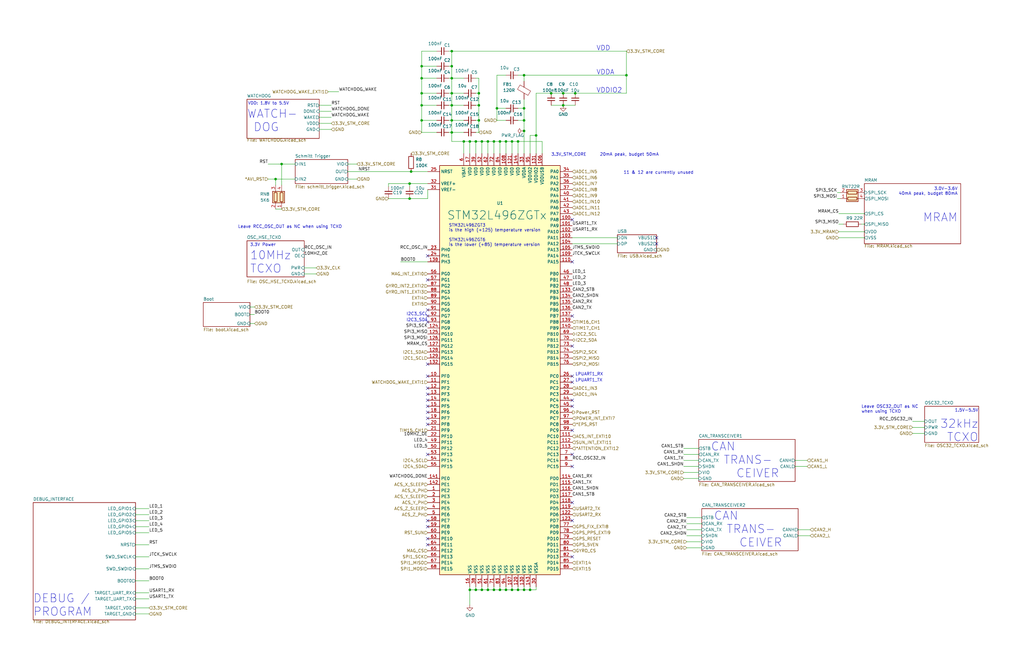
<source format=kicad_sch>
(kicad_sch (version 20250114) (generator "eeschema") (generator_version "9.0")
  (paper "B")
  (title_block (title "STM32L4") (date "2020-04-24"))
  (text "1.5V-5.5V " (at 402.59 173.99 0) (effects (font (size 1.27 1.27)) (justify left bottom)))
  (text "I2C3_SDA" (at 180.34 135.89 0) (effects (font (size 1.27 1.27)) (justify right bottom)))
  (text "VDDA\n" (at 251.46 31.75 0) (effects (font (size 2.0066 2.0066)) (justify left bottom)))
  (text "3.3V_STM_CORE      20mA peak, budget 50mA" (at 232.41 66.04 0) (effects (font (size 1.27 1.27)) (justify left bottom)))
  (text "VDD: 1.8V to 5.5V" (at 121.92 44.45 0) (effects (font (size 1.27 1.27)) (justify right bottom)))
  (text "11 & 12 are currently unused\n" (at 262.89 73.66 0) (effects (font (size 1.27 1.27)) (justify left bottom)))
  (text "CAN \n  TRANS-\n    CEIVER" (at 299.72 201.93 0) (effects (font (size 3.5052 3.5052)) (justify left bottom)))
  (text "3.0V-3.6V\n40mA peak, budget 80mA" (at 403.86 82.55 0) (effects (font (size 1.27 1.27)) (justify right bottom)))
  (text "I2C3_SCL" (at 180.34 133.35 0) (effects (font (size 1.27 1.27)) (justify right bottom)))
  (text "MRAM" (at 403.86 93.98 0) (effects (font (size 3.5052 3.5052)) (justify right bottom)))
  (text "VDD" (at 251.46 21.59 0) (effects (font (size 2.0066 2.0066)) (justify left bottom)))
  (text "LPUART1_TX" (at 242.57 161.29 0) (effects (font (size 1.27 1.27)) (justify left bottom)))
  (text "WATCH- \n DOG" (at 104.14 55.88 0) (effects (font (size 3.5052 3.5052)) (justify left bottom)))
  (text "LPUART1_RX" (at 242.57 158.75 0) (effects (font (size 1.27 1.27)) (justify left bottom)))
  (text "VDDIO2" (at 251.46 39.37 0) (effects (font (size 2.0066 2.0066)) (justify left bottom)))
  (text "3.3V Power" (at 105.41 104.14 0) (effects (font (size 1.27 1.27)) (justify left bottom)))
  (text "Leave OSC32_OUT as NC \nwhen using TCXO\n\n" (at 363.22 176.53 0) (effects (font (size 1.27 1.27)) (justify left bottom)))
  (text "10MHz \nTCXO " (at 105.41 115.57 0) (effects (font (size 3.5052 3.5052)) (justify left bottom)))
  (text "Leave RCC_OSC_OUT as NC when using TCXO\n" (at 100.33 96.52 0) (effects (font (size 1.27 1.27)) (justify left bottom)))
  (text "32kHz \nTCXO " (at 415.29 186.69 0) (effects (font (size 3.5052 3.5052)) (justify right bottom)))
  (text "CAN \n  TRANS-\n    CEIVER" (at 300.99 231.14 0) (effects (font (size 3.5052 3.5052)) (justify left bottom)))
  (text "STM32L496ZGT3 \nis the high (+125) temperature version\n\nSTM32L496ZGT6\nis the lower (+85) temperature version" (at 189.23 104.14 0) (effects (font (size 1.27 1.27)) (justify left bottom)))
  (text "DEBUG / \nPROGRAM" (at 13.97 260.35 0) (effects (font (size 3.5052 3.5052)) (justify left bottom)))
  (junction (at 201.93 44.45))
  (junction (at 210.82 248.92))
  (junction (at 242.57 39.37))
  (junction (at 201.93 39.37))
  (junction (at 218.44 59.69))
  (junction (at 198.12 59.69))
  (junction (at 177.8 33.02))
  (junction (at 209.55 45.72))
  (junction (at 220.98 31.75))
  (junction (at 190.5 33.02))
  (junction (at 205.74 248.92))
  (junction (at 116.205 75.565))
  (junction (at 200.66 248.92))
  (junction (at 213.36 59.69))
  (junction (at 172.72 77.47))
  (junction (at 218.44 248.92))
  (junction (at 173.355 72.39))
  (junction (at 190.5 44.45))
  (junction (at 198.12 248.92))
  (junction (at 205.74 59.69))
  (junction (at 203.2 59.69))
  (junction (at 190.5 27.94))
  (junction (at 201.93 50.8))
  (junction (at 200.66 59.69))
  (junction (at 220.98 50.8))
  (junction (at 190.5 21.59))
  (junction (at 203.2 248.92))
  (junction (at 190.5 50.8))
  (junction (at 190.5 55.88))
  (junction (at 118.745 69.215))
  (junction (at 232.41 39.37))
  (junction (at 190.5 39.37))
  (junction (at 177.8 50.8))
  (junction (at 172.72 83.82))
  (junction (at 195.58 59.69))
  (junction (at 237.49 44.45))
  (junction (at 208.28 59.69))
  (junction (at 177.8 27.94))
  (junction (at 226.06 57.15))
  (junction (at 215.9 248.92))
  (junction (at 213.36 248.92))
  (junction (at 177.8 39.37))
  (junction (at 215.9 59.69))
  (junction (at 220.98 248.92))
  (junction (at 177.8 44.45))
  (junction (at 220.98 45.72))
  (junction (at 208.28 248.92))
  (junction (at 210.82 59.69))
  (junction (at 220.98 55.245))
  (junction (at 264.16 31.75))
  (junction (at 237.49 39.37))
  (junction (at 223.52 248.92))
  (no_connect (at 241.3 161.29))
  (no_connect (at 180.34 130.81))
  (no_connect (at 180.34 153.67))
  (no_connect (at 180.34 176.53))
  (no_connect (at 180.34 219.71))
  (no_connect (at 180.34 173.99))
  (no_connect (at 241.3 110.49))
  (no_connect (at 180.34 135.89))
  (no_connect (at 276.86 102.87))
  (no_connect (at 180.34 171.45))
  (no_connect (at 180.34 222.25))
  (no_connect (at 180.34 107.95))
  (no_connect (at 180.34 163.83))
  (no_connect (at 180.34 166.37))
  (no_connect (at 241.3 234.95))
  (no_connect (at 241.3 133.35))
  (no_connect (at 241.3 92.71))
  (no_connect (at 241.3 212.09))
  (no_connect (at 241.3 196.85))
  (no_connect (at 241.3 146.05))
  (no_connect (at 180.34 227.33))
  (no_connect (at 241.3 171.45))
  (no_connect (at 180.34 158.75))
  (no_connect (at 180.34 229.87))
  (no_connect (at 241.3 219.71))
  (no_connect (at 241.3 168.91))
  (no_connect (at 241.3 191.77))
  (no_connect (at 180.34 179.07))
  (no_connect (at 276.86 100.33))
  (no_connect (at 180.34 168.91))
  (no_connect (at 241.3 158.75))
  (no_connect (at 180.34 191.77))
  (no_connect (at 180.34 118.11))
  (no_connect (at 180.34 133.35))
  (no_connect (at 241.3 181.61))
  (wire (pts (xy 340.36 196.85) (xy 335.28 196.85)))
  (wire (pts (xy 142.875 38.735) (xy 138.43 38.735)))
  (wire (pts (xy 163.83 77.47) (xy 172.72 77.47)))
  (wire (pts (xy 198.12 248.92) (xy 198.12 255.27)))
  (wire (pts (xy 232.41 39.37) (xy 237.49 39.37)))
  (wire (pts (xy 198.12 248.92) (xy 200.66 248.92)))
  (wire (pts (xy 215.9 59.69) (xy 218.44 59.69)))
  (wire (pts (xy 190.5 27.94) (xy 190.5 33.02)))
  (wire (pts (xy 116.205 75.565) (xy 116.205 78.105)))
  (wire (pts (xy 62.865 245.11) (xy 57.15 245.11)))
  (wire (pts (xy 150.495 69.215) (xy 146.685 69.215)))
  (wire (pts (xy 200.66 33.02) (xy 201.93 33.02)))
  (wire (pts (xy 213.36 50.8) (xy 209.55 50.8)))
  (wire (pts (xy 218.44 50.8) (xy 220.98 50.8)))
  (wire (pts (xy 190.5 55.88) (xy 189.23 55.88)))
  (wire (pts (xy 198.12 248.92) (xy 198.12 247.65)))
  (wire (pts (xy 203.2 248.92) (xy 205.74 248.92)))
  (wire (pts (xy 288.29 194.31) (xy 294.64 194.31)))
  (wire (pts (xy 113.03 69.215) (xy 118.745 69.215)))
  (wire (pts (xy 163.83 77.47) (xy 163.83 78.74)))
  (wire (pts (xy 198.12 59.69) (xy 200.66 59.69)))
  (wire (pts (xy 177.8 21.59) (xy 177.8 27.94)))
  (wire (pts (xy 177.8 50.8) (xy 184.15 50.8)))
  (wire (pts (xy 220.98 248.92) (xy 220.98 247.65)))
  (wire (pts (xy 200.66 248.92) (xy 200.66 247.65)))
  (wire (pts (xy 62.865 219.71) (xy 57.15 219.71)))
  (wire (pts (xy 210.82 64.77) (xy 210.82 59.69)))
  (wire (pts (xy 200.66 39.37) (xy 201.93 39.37)))
  (wire (pts (xy 384.81 180.34) (xy 389.89 180.34)))
  (wire (pts (xy 242.57 44.45) (xy 237.49 44.45)))
  (wire (pts (xy 220.98 50.8) (xy 220.98 55.245)))
  (wire (pts (xy 264.16 21.59) (xy 264.16 31.75)))
  (wire (pts (xy 190.5 55.88) (xy 190.5 59.69)))
  (wire (pts (xy 353.695 90.17) (xy 364.49 90.17)))
  (wire (pts (xy 260.35 102.87) (xy 241.3 102.87)))
  (wire (pts (xy 177.8 44.45) (xy 184.15 44.45)))
  (wire (pts (xy 264.16 39.37) (xy 264.16 31.75)))
  (wire (pts (xy 288.29 201.93) (xy 294.64 201.93)))
  (wire (pts (xy 208.28 248.92) (xy 208.28 247.65)))
  (wire (pts (xy 190.5 50.8) (xy 195.58 50.8)))
  (wire (pts (xy 209.55 45.72) (xy 213.36 45.72)))
  (wire (pts (xy 223.52 64.77) (xy 223.52 57.15)))
  (wire (pts (xy 210.82 59.69) (xy 213.36 59.69)))
  (wire (pts (xy 177.8 55.88) (xy 184.15 55.88)))
  (wire (pts (xy 289.56 228.6) (xy 295.91 228.6)))
  (wire (pts (xy 200.66 59.69) (xy 203.2 59.69)))
  (wire (pts (xy 139.7 52.07) (xy 134.62 52.07)))
  (wire (pts (xy 62.865 240.03) (xy 57.15 240.03)))
  (wire (pts (xy 223.52 57.15) (xy 226.06 57.15)))
  (wire (pts (xy 200.66 55.88) (xy 201.93 55.88)))
  (wire (pts (xy 215.9 248.92) (xy 218.44 248.92)))
  (wire (pts (xy 180.34 83.82) (xy 180.34 80.01)))
  (wire (pts (xy 190.5 21.59) (xy 264.16 21.59)))
  (wire (pts (xy 116.205 88.265) (xy 118.745 88.265)))
  (wire (pts (xy 228.6 59.69) (xy 228.6 64.77)))
  (wire (pts (xy 205.74 59.69) (xy 208.28 59.69)))
  (wire (pts (xy 353.06 83.82) (xy 354.33 83.82)))
  (wire (pts (xy 289.56 220.98) (xy 295.91 220.98)))
  (wire (pts (xy 128.27 113.03) (xy 133.35 113.03)))
  (wire (pts (xy 213.36 59.69) (xy 215.9 59.69)))
  (wire (pts (xy 177.8 39.37) (xy 184.15 39.37)))
  (wire (pts (xy 200.66 50.8) (xy 201.93 50.8)))
  (wire (pts (xy 289.56 218.44) (xy 295.91 218.44)))
  (wire (pts (xy 220.98 55.245) (xy 220.98 64.77)))
  (wire (pts (xy 177.8 27.94) (xy 177.8 33.02)))
  (wire (pts (xy 57.15 259.08) (xy 62.865 259.08)))
  (wire (pts (xy 118.745 69.215) (xy 124.46 69.215)))
  (wire (pts (xy 62.865 224.79) (xy 57.15 224.79)))
  (wire (pts (xy 384.81 177.8) (xy 389.89 177.8)))
  (wire (pts (xy 220.98 31.75) (xy 220.98 34.29)))
  (wire (pts (xy 190.5 39.37) (xy 190.5 44.45)))
  (wire (pts (xy 205.74 248.92) (xy 208.28 248.92)))
  (wire (pts (xy 201.93 44.45) (xy 201.93 50.8)))
  (wire (pts (xy 190.5 55.88) (xy 195.58 55.88)))
  (wire (pts (xy 210.82 248.92) (xy 210.82 247.65)))
  (wire (pts (xy 190.5 44.45) (xy 195.58 44.45)))
  (wire (pts (xy 62.865 217.17) (xy 57.15 217.17)))
  (wire (pts (xy 218.44 59.69) (xy 218.44 64.77)))
  (wire (pts (xy 209.55 31.75) (xy 213.36 31.75)))
  (wire (pts (xy 220.98 41.91) (xy 220.98 45.72)))
  (wire (pts (xy 177.8 33.02) (xy 184.15 33.02)))
  (wire (pts (xy 353.695 97.79) (xy 364.49 97.79)))
  (wire (pts (xy 105.41 132.715) (xy 107.315 132.715)))
  (wire (pts (xy 128.27 115.57) (xy 133.35 115.57)))
  (wire (pts (xy 201.93 39.37) (xy 201.93 44.45)))
  (wire (pts (xy 118.745 69.215) (xy 118.745 78.105)))
  (wire (pts (xy 223.52 248.92) (xy 226.06 248.92)))
  (wire (pts (xy 189.23 44.45) (xy 190.5 44.45)))
  (wire (pts (xy 208.28 64.77) (xy 208.28 59.69)))
  (wire (pts (xy 173.355 72.39) (xy 180.34 72.39)))
  (wire (pts (xy 163.83 83.82) (xy 172.72 83.82)))
  (wire (pts (xy 288.29 189.23) (xy 294.64 189.23)))
  (wire (pts (xy 139.7 49.53) (xy 134.62 49.53)))
  (wire (pts (xy 203.2 59.69) (xy 205.74 59.69)))
  (wire (pts (xy 200.66 44.45) (xy 201.93 44.45)))
  (wire (pts (xy 190.5 44.45) (xy 190.5 50.8)))
  (wire (pts (xy 288.29 196.85) (xy 294.64 196.85)))
  (wire (pts (xy 146.685 72.39) (xy 173.355 72.39)))
  (wire (pts (xy 134.62 54.61) (xy 139.7 54.61)))
  (wire (pts (xy 62.865 256.54) (xy 57.15 256.54)))
  (wire (pts (xy 134.62 44.45) (xy 139.7 44.45)))
  (wire (pts (xy 213.36 59.69) (xy 213.36 64.77)))
  (wire (pts (xy 205.74 248.92) (xy 205.74 247.65)))
  (wire (pts (xy 177.8 21.59) (xy 184.15 21.59)))
  (wire (pts (xy 213.36 248.92) (xy 213.36 247.65)))
  (wire (pts (xy 177.8 44.45) (xy 177.8 39.37)))
  (wire (pts (xy 180.34 110.49) (xy 168.91 110.49)))
  (wire (pts (xy 62.865 252.73) (xy 57.15 252.73)))
  (wire (pts (xy 208.28 248.92) (xy 210.82 248.92)))
  (wire (pts (xy 203.2 64.77) (xy 203.2 59.69)))
  (wire (pts (xy 201.93 33.02) (xy 201.93 39.37)))
  (wire (pts (xy 62.865 229.87) (xy 57.15 229.87)))
  (wire (pts (xy 237.49 44.45) (xy 232.41 44.45)))
  (wire (pts (xy 189.23 27.94) (xy 190.5 27.94)))
  (wire (pts (xy 353.695 100.33) (xy 364.49 100.33)))
  (wire (pts (xy 139.7 46.99) (xy 134.62 46.99)))
  (wire (pts (xy 223.52 247.65) (xy 223.52 248.92)))
  (wire (pts (xy 190.5 33.02) (xy 190.5 39.37)))
  (wire (pts (xy 260.35 100.33) (xy 241.3 100.33)))
  (wire (pts (xy 340.36 194.31) (xy 335.28 194.31)))
  (wire (pts (xy 220.98 45.72) (xy 220.98 50.8)))
  (wire (pts (xy 289.56 223.52) (xy 295.91 223.52)))
  (wire (pts (xy 190.5 55.88) (xy 190.5 50.8)))
  (wire (pts (xy 353.06 81.28) (xy 354.33 81.28)))
  (wire (pts (xy 208.28 59.69) (xy 210.82 59.69)))
  (wire (pts (xy 288.29 191.77) (xy 294.64 191.77)))
  (wire (pts (xy 203.2 248.92) (xy 203.2 247.65)))
  (wire (pts (xy 62.865 214.63) (xy 57.15 214.63)))
  (wire (pts (xy 242.57 39.37) (xy 264.16 39.37)))
  (wire (pts (xy 189.23 21.59) (xy 190.5 21.59)))
  (wire (pts (xy 353.695 94.615) (xy 355.6 94.615)))
  (wire (pts (xy 220.98 31.75) (xy 264.16 31.75)))
  (wire (pts (xy 200.66 64.77) (xy 200.66 59.69)))
  (wire (pts (xy 210.82 248.92) (xy 213.36 248.92)))
  (wire (pts (xy 220.98 45.72) (xy 218.44 45.72)))
  (wire (pts (xy 116.205 75.565) (xy 124.46 75.565)))
  (wire (pts (xy 146.685 75.565) (xy 150.495 75.565)))
  (wire (pts (xy 341.63 226.06) (xy 336.55 226.06)))
  (wire (pts (xy 209.55 45.72) (xy 209.55 50.8)))
  (wire (pts (xy 198.12 59.69) (xy 198.12 64.77)))
  (wire (pts (xy 289.56 231.14) (xy 295.91 231.14)))
  (wire (pts (xy 384.81 182.88) (xy 389.89 182.88)))
  (wire (pts (xy 113.03 75.565) (xy 116.205 75.565)))
  (wire (pts (xy 226.06 39.37) (xy 232.41 39.37)))
  (wire (pts (xy 190.5 33.02) (xy 189.23 33.02)))
  (wire (pts (xy 288.29 199.39) (xy 294.64 199.39)))
  (wire (pts (xy 62.865 222.25) (xy 57.15 222.25)))
  (wire (pts (xy 200.66 248.92) (xy 203.2 248.92)))
  (wire (pts (xy 213.36 248.92) (xy 215.9 248.92)))
  (wire (pts (xy 190.5 33.02) (xy 195.58 33.02)))
  (wire (pts (xy 189.23 39.37) (xy 190.5 39.37)))
  (wire (pts (xy 190.5 39.37) (xy 195.58 39.37)))
  (wire (pts (xy 105.41 136.525) (xy 107.315 136.525)))
  (wire (pts (xy 218.44 59.69) (xy 228.6 59.69)))
  (wire (pts (xy 177.8 33.02) (xy 177.8 39.37)))
  (wire (pts (xy 107.315 129.54) (xy 105.41 129.54)))
  (wire (pts (xy 184.15 27.94) (xy 177.8 27.94)))
  (wire (pts (xy 195.58 64.77) (xy 195.58 59.69)))
  (wire (pts (xy 190.5 59.69) (xy 195.58 59.69)))
  (wire (pts (xy 177.8 50.8) (xy 177.8 44.45)))
  (wire (pts (xy 215.9 248.92) (xy 215.9 247.65)))
  (wire (pts (xy 341.63 223.52) (xy 336.55 223.52)))
  (wire (pts (xy 190.5 21.59) (xy 190.5 27.94)))
  (wire (pts (xy 226.06 57.15) (xy 226.06 64.77)))
  (wire (pts (xy 190.5 50.8) (xy 189.23 50.8)))
  (wire (pts (xy 363.22 94.615) (xy 364.49 94.615)))
  (wire (pts (xy 195.58 59.69) (xy 198.12 59.69)))
  (wire (pts (xy 223.52 248.92) (xy 220.98 248.92)))
  (wire (pts (xy 289.56 226.06) (xy 295.91 226.06)))
  (wire (pts (xy 237.49 39.37) (xy 242.57 39.37)))
  (wire (pts (xy 215.9 59.69) (xy 215.9 64.77)))
  (wire (pts (xy 201.93 50.8) (xy 201.93 55.88)))
  (wire (pts (xy 172.72 77.47) (xy 172.72 78.74)))
  (wire (pts (xy 62.865 250.19) (xy 57.15 250.19)))
  (wire (pts (xy 205.74 64.77) (xy 205.74 59.69)))
  (wire (pts (xy 218.44 248.92) (xy 220.98 248.92)))
  (wire (pts (xy 218.44 247.65) (xy 218.44 248.92)))
  (wire (pts (xy 172.72 83.82) (xy 180.34 83.82)))
  (wire (pts (xy 226.06 39.37) (xy 226.06 57.15)))
  (wire (pts (xy 62.865 234.95) (xy 57.15 234.95)))
  (wire (pts (xy 226.06 248.92) (xy 226.06 247.65)))
  (wire (pts (xy 172.72 77.47) (xy 180.34 77.47)))
  (wire (pts (xy 218.44 31.75) (xy 220.98 31.75)))
  (wire (pts (xy 177.8 55.88) (xy 177.8 50.8)))
  (wire (pts (xy 209.55 31.75) (xy 209.55 45.72)))
  (label "CAN1_RX" (at 288.29 191.77 180))
  (label "CAN2_STB" (at 289.56 218.44 180))
  (label "BOOT0" (at 168.91 110.49 0))
  (label "RST" (at 113.03 69.215 180))
  (label "RST" (at 62.865 229.87 0))
  (label "CAN1_TX" (at 288.29 194.31 180))
  (label "WATCHDOG_WAKE" (at 142.875 38.735 0))
  (label "BOOT0" (at 107.315 132.715 0))
  (label "CAN2_TX" (at 241.3 130.81 0))
  (label "LED_1" (at 241.3 115.57 0))
  (label "RCC_OSC32_IN" (at 384.81 177.8 180))
  (label "CAN1_SHDN" (at 241.3 207.01 0))
  (label "CAN2_STB" (at 241.3 123.19 0))
  (label "SPI3_MISO" (at 353.695 94.615 180))
  (label "WATCHDOG_WAKE" (at 139.7 49.53 0))
  (label "USART1_TX" (at 241.3 95.25 0))
  (label "LED_2" (at 62.865 217.17 0))
  (label "RCC_OSC_IN" (at 128.27 105.41 0))
  (label "LED_5" (at 180.34 189.23 180))
  (label "RCC_OSC_IN" (at 180.34 105.41 180))
  (label "RST" (at 139.7 44.45 0))
  (label "SPI3_SCK" (at 353.06 81.28 180))
  (label "USART1_TX" (at 62.865 252.73 0))
  (label "LED_1" (at 62.865 214.63 0))
  (label "USART1_RX" (at 241.3 97.79 0))
  (label "LED_2" (at 241.3 118.11 0))
  (label "USART1_RX" (at 62.865 250.19 0))
  (label "RCC_OSC32_IN" (at 241.3 194.31 0))
  (label "LED_4" (at 180.34 186.69 180))
  (label "WATCHDOG_DONE" (at 180.34 201.93 180))
  (label "CAN1_RX" (at 241.3 201.93 0))
  (label "10MHZ_OE" (at 128.27 107.95 0))
  (label "BOOT0" (at 62.865 245.11 0))
  (label "CAN1_STB" (at 288.29 189.23 180))
  (label "JTCK_SWCLK" (at 62.865 234.95 0))
  (label "SPI3_MOSI" (at 180.34 143.51 180))
  (label "LED_5" (at 62.865 224.79 0))
  (label "LED_4" (at 62.865 222.25 0))
  (label "CAN1_STB" (at 241.3 209.55 0))
  (label "JTMS_SWDIO" (at 241.3 105.41 0))
  (label "CAN1_TX" (at 241.3 204.47 0))
  (label "MRAM_CS" (at 180.34 146.05 180))
  (label "SPI3_MOSI" (at 353.06 83.82 180))
  (label "CAN2_RX" (at 241.3 128.27 0))
  (label "LED_3" (at 62.865 219.71 0))
  (label "MRAM_CS" (at 353.695 90.17 180))
  (label "CAN2_SHDN" (at 241.3 125.73 0))
  (label "SPI3_MISO" (at 180.34 140.97 180))
  (label "JTCK_SWCLK" (at 241.3 107.95 0))
  (label "WATCHDOG_DONE" (at 139.7 46.99 0))
  (label "NRST" (at 151.13 72.39 0))
  (label "CAN1_SHDN" (at 288.29 196.85 180))
  (label "LED_3" (at 241.3 120.65 0))
  (label "JTMS_SWDIO" (at 62.865 240.03 0))
  (label "SPI3_SCK" (at 180.34 138.43 180))
  (label "CAN2_TX" (at 289.56 223.52 180))
  (label "10MHZ_OE" (at 180.34 184.15 180))
  (label "CAN2_RX" (at 289.56 220.98 180))
  (label "CAN2_SHDN" (at 289.56 226.06 180))
  (hierarchical_label "USART2_RX" (shape input) (at 241.3 217.17 0))
  (hierarchical_label "ADC1_IN4" (shape input) (at 241.3 166.37 0))
  (hierarchical_label "MAG_CS" (shape input) (at 180.34 232.41 180))
  (hierarchical_label "TIM15_CH1" (shape input) (at 180.34 181.61 180))
  (hierarchical_label "3.3V_STM_CORE" (shape input) (at 62.865 256.54 0))
  (hierarchical_label "TIM17_CH1" (shape input) (at 241.3 138.43 0))
  (hierarchical_label "ADC1_IN7" (shape input) (at 241.3 77.47 0))
  (hierarchical_label "CAN1_L" (shape input) (at 340.36 196.85 0))
  (hierarchical_label "ADC1_IN5" (shape input) (at 241.3 72.39 0))
  (hierarchical_label "GND" (shape input) (at 353.695 100.33 180))
  (hierarchical_label "SPI2_MOSI" (shape input) (at 241.3 153.67 0))
  (hierarchical_label "SPI1_MOSI" (shape input) (at 180.34 240.03 180))
  (hierarchical_label "ACS_INT_EXTI10" (shape input) (at 241.3 184.15 0))
  (hierarchical_label "GYRO_INT1_EXTI3" (shape input) (at 180.34 123.19 180))
  (hierarchical_label "CAN1_H" (shape input) (at 340.36 194.31 0))
  (hierarchical_label "I2C2_SDA" (shape bidirectional) (at 241.3 143.51 0))
  (hierarchical_label "ACS_Y_PH" (shape input) (at 180.34 212.09 180))
  (hierarchical_label "3.3V_STM_CORE" (shape input) (at 139.7 52.07 0))
  (hierarchical_label "3.3V_MRAM" (shape input) (at 353.695 97.79 180))
  (hierarchical_label "ACS_X_SLEEP" (shape input) (at 180.34 204.47 180))
  (hierarchical_label "GND" (shape input) (at 163.83 83.82 180))
  (hierarchical_label "SUN_INT_EXTI11" (shape input) (at 241.3 186.69 0))
  (hierarchical_label "GYRO_INT2_EXTI2" (shape input) (at 180.34 120.65 180))
  (hierarchical_label "MAG_INT_EXTI0" (shape input) (at 180.34 115.57 180))
  (hierarchical_label "*AVI_RST" (shape input) (at 113.03 75.565 180))
  (hierarchical_label "GND" (shape input) (at 62.865 259.08 0))
  (hierarchical_label "EXTI5" (shape input) (at 180.34 128.27 180))
  (hierarchical_label "GND" (shape input) (at 133.35 115.57 0))
  (hierarchical_label "POWER_INT_EXTI7" (shape input) (at 241.3 176.53 0))
  (hierarchical_label "*ATTENTION_EXTI12" (shape input) (at 241.3 189.23 0))
  (hierarchical_label "ADC1_IN8" (shape input) (at 241.3 80.01 0))
  (hierarchical_label "I2C1_SDA" (shape input) (at 180.34 148.59 180))
  (hierarchical_label "SPI1_SCK" (shape input) (at 180.34 234.95 180))
  (hierarchical_label "ACS_Z_PH" (shape input) (at 180.34 217.17 180))
  (hierarchical_label "*EPS_RST" (shape input) (at 241.3 179.07 0))
  (hierarchical_label "I2C4_SCL" (shape input) (at 180.34 194.31 180))
  (hierarchical_label "3.3V_STM_CORE" (shape input) (at 384.81 180.34 180))
  (hierarchical_label "ACS_Z_SLEEP" (shape input) (at 180.34 214.63 180))
  (hierarchical_label "3.3V_CLK" (shape input) (at 133.35 113.03 0))
  (hierarchical_label "3.3V_STM_CORE" (shape input) (at 118.745 88.265 0))
  (hierarchical_label "ACS_X_PH" (shape input) (at 180.34 207.01 180))
  (hierarchical_label "TIM16_CH1" (shape input) (at 241.3 135.89 0))
  (hierarchical_label "GPS_PPS_EXTI9" (shape input) (at 241.3 224.79 0))
  (hierarchical_label "SPI1_MISO" (shape input) (at 180.34 237.49 180))
  (hierarchical_label "3.3V_STM_CORE" (shape input) (at 264.16 21.59 0))
  (hierarchical_label "GPS_FIX_EXTI8" (shape input) (at 241.3 222.25 0))
  (hierarchical_label "ADC1_IN12" (shape input) (at 241.3 90.17 0))
  (hierarchical_label "3.3V_STM_CORE" (shape input) (at 107.315 129.54 0))
  (hierarchical_label "GND" (shape input) (at 289.56 231.14 180))
  (hierarchical_label "CAN2_L" (shape input) (at 341.63 226.06 0))
  (hierarchical_label "3.3V_STM_CORE" (shape input) (at 288.29 199.39 180))
  (hierarchical_label "EXTI15" (shape input) (at 241.3 240.03 0))
  (hierarchical_label "SPI2_MISO" (shape input) (at 241.3 151.13 0))
  (hierarchical_label "GND" (shape input) (at 139.7 54.61 0))
  (hierarchical_label "CAN2_H" (shape input) (at 341.63 223.52 0))
  (hierarchical_label "SPI2_SCK" (shape input) (at 241.3 148.59 0))
  (hierarchical_label "GND" (shape input) (at 201.93 55.88 0))
  (hierarchical_label "GND" (shape input) (at 150.495 75.565 0))
  (hierarchical_label "RST_SUN" (shape input) (at 180.34 224.79 180))
  (hierarchical_label "EXTI4" (shape input) (at 180.34 125.73 180))
  (hierarchical_label "GND" (shape input) (at 276.86 105.41 0))
  (hierarchical_label "Power_RST" (shape output) (at 241.3 173.99 0))
  (hierarchical_label "WATCHDOG_WAKE_EXTI1" (shape input) (at 138.43 38.735 180))
  (hierarchical_label "ADC1_IN3" (shape input) (at 241.3 163.83 0))
  (hierarchical_label "GND" (shape input) (at 384.81 182.88 180))
  (hierarchical_label "ADC1_IN11" (shape input) (at 241.3 87.63 0))
  (hierarchical_label "GND" (shape input) (at 177.8 55.88 180))
  (hierarchical_label "USART2_TX" (shape input) (at 241.3 214.63 0))
  (hierarchical_label "EXTI14" (shape input) (at 241.3 237.49 0))
  (hierarchical_label "GYRO_CS" (shape input) (at 241.3 232.41 0))
  (hierarchical_label "3.3V_STM_CORE" (shape input) (at 150.495 69.215 0))
  (hierarchical_label "GPS_RESET" (shape input) (at 241.3 227.33 0))
  (hierarchical_label "I2C2_SCL" (shape bidirectional) (at 241.3 140.97 0))
  (hierarchical_label "I2C1_SCL" (shape input) (at 180.34 151.13 180))
  (hierarchical_label "I2C4_SDA" (shape input) (at 180.34 196.85 180))
  (hierarchical_label "ADC1_IN10" (shape input) (at 241.3 85.09 0))
  (hierarchical_label "GND" (shape input) (at 209.55 50.8 180))
  (hierarchical_label "WATCHDOG_WAKE_EXTI1" (shape input) (at 180.34 161.29 180))
  (hierarchical_label "ADC1_IN6" (shape input) (at 241.3 74.93 0))
  (hierarchical_label "ACS_Y_SLEEP" (shape input) (at 180.34 209.55 180))
  (hierarchical_label "GPS_5VEN" (shape input) (at 241.3 229.87 0))
  (hierarchical_label "GND" (shape input) (at 107.315 136.525 0))
  (hierarchical_label "3.3V_STM_CORE" (shape input) (at 289.56 228.6 180))
  (hierarchical_label "ADC1_IN9" (shape input) (at 241.3 82.55 0))
  (hierarchical_label "GND" (shape input) (at 288.29 201.93 180))
  (hierarchical_label "3.3V_STM_CORE" (shape input) (at 173.355 64.77 0))
  (symbol (lib_id "AVIONICS_BOARD-rescue:GND-power") (at 198.12 255.27 0) (unit 1)
    (property "Reference" "#PWR014" (effects (hide yes)))
    (property "Value" "GND" (at 198.247 259.6642 0))
  )
  (symbol (lib_id "Device:C_Small") (at 186.69 21.59 270) (unit 1)
    (property "Reference" "C1" (at 188.595 19.05 90))
    (property "Value" "100nF" (at 183.515 18.415 90))
    (property "Footprint" "Capacitor_SMD:C_0402_1005Metric_Pad0.74x0.62mm_HandSolder" (effects (hide yes)))
    (property "Datasheet" "https://search.murata.co.jp/Ceramy/image/img/A01X/G101/ENG/GRM155R61E104KA87-01.pdf" (effects (hide yes)))
    (property "Description" "Unpolarized capacitor, small symbol" (effects (hide yes)))
    (property "Voltage" "25" (effects (hide yes)))
    (property "Manufacturer" "Murata" (effects (hide yes)))
    (property "Part Number" "GRM155R61E104KA87D" (effects (hide yes)))
    (property "Tolerance" "10" (effects (hide yes)))
  )
  (symbol (lib_id "AVIONICS_BOARD-rescue:GND-power") (at 237.49 44.45 0) (mirror y) (unit 1)
    (property "Reference" "#PWR013" (effects (hide yes)))
    (property "Value" "GND" (at 237.49 48.26 0))
  )
  (symbol (lib_id "Common:STM32L496ZGTx-MCU_ST_STM32L4") (at 210.82 156.21 0) (unit 1)
    (property "Reference" "U1" (at 210.82 85.725 0))
    (property "Value" "STM32L496ZGTx" (at 209.55 90.805 0) (effects (font (size 3.5052 3.5052))))
    (property "Footprint" "Package_QFP:LQFP-144_20x20mm_P0.5mm" (effects (hide yes)))
    (property "Datasheet" "http://www.st.com/st-web-ui/static/active/en/resource/technical/document/datasheet/DM00284211.pdf" (effects (hide yes)))
    (property "Part Number" "STM32L496ZGT3" (effects (hide yes)))
    (property "Manufacturer" "STM" (effects (hide yes)))
  )
  (symbol (lib_id "Device:C_Small") (at 215.9 31.75 270) (unit 1)
    (property "Reference" "C3" (at 217.805 29.21 90))
    (property "Value" "10u" (at 212.725 28.575 90))
    (property "Footprint" "Capacitor_SMD:C_0603_1608Metric_Pad1.08x0.95mm_HandSolder" (effects (hide yes)))
    (property "Datasheet" "https://search.murata.co.jp/Ceramy/image/img/A01X/G101/ENG/GRM188R61E106KA73-01.pdf" (effects (hide yes)))
    (property "Description" "Unpolarized capacitor, small symbol" (effects (hide yes)))
    (property "Voltage" "25" (effects (hide yes)))
    (property "Manufacturer" "Murata" (effects (hide yes)))
    (property "Part Number" "GRM188R61E106KA73D" (effects (hide yes)))
    (property "Tolerance" "10" (effects (hide yes)))
  )
  (symbol (lib_id "Device:C_Small") (at 163.83 81.28 180) (unit 1)
    (property "Reference" "C19" (at 167.64 81.28 0))
    (property "Value" "100nF" (at 167.64 79.375 0))
    (property "Footprint" "Capacitor_SMD:C_0402_1005Metric_Pad0.74x0.62mm_HandSolder" (effects (hide yes)))
    (property "Datasheet" "https://search.murata.co.jp/Ceramy/image/img/A01X/G101/ENG/GRM155R61E104KA87-01.pdf" (effects (hide yes)))
    (property "Description" "Unpolarized capacitor, small symbol" (effects (hide yes)))
    (property "Voltage" "25" (effects (hide yes)))
    (property "Manufacturer" "Murata" (effects (hide yes)))
    (property "Part Number" "GRM155R61E104KA87D" (effects (hide yes)))
    (property "Tolerance" "10" (effects (hide yes)))
  )
  (symbol (lib_id "Device:C_Small") (at 172.72 81.28 180) (unit 1)
    (property "Reference" "C20" (at 176.53 81.28 0))
    (property "Value" "10u" (at 177.165 79.375 0))
    (property "Footprint" "Capacitor_SMD:C_0603_1608Metric_Pad1.08x0.95mm_HandSolder" (effects (hide yes)))
    (property "Datasheet" "https://search.murata.co.jp/Ceramy/image/img/A01X/G101/ENG/GRM188R61E106KA73-01.pdf" (effects (hide yes)))
    (property "Description" "Unpolarized capacitor, small symbol" (effects (hide yes)))
    (property "Voltage" "25" (effects (hide yes)))
    (property "Manufacturer" "Murata" (effects (hide yes)))
    (property "Part Number" "GRM188R61E106KA73D" (effects (hide yes)))
    (property "Tolerance" "10" (effects (hide yes)))
  )
  (symbol (lib_id "Device:C_Small") (at 186.69 33.02 270) (unit 1)
    (property "Reference" "C4" (at 188.595 30.48 90))
    (property "Value" "100nF" (at 183.515 29.845 90))
    (property "Footprint" "Capacitor_SMD:C_0402_1005Metric_Pad0.74x0.62mm_HandSolder" (effects (hide yes)))
    (property "Datasheet" "https://search.murata.co.jp/Ceramy/image/img/A01X/G101/ENG/GRM155R61E104KA87-01.pdf" (effects (hide yes)))
    (property "Description" "Unpolarized capacitor, small symbol" (effects (hide yes)))
    (property "Voltage" "25" (effects (hide yes)))
    (property "Manufacturer" "Murata" (effects (hide yes)))
    (property "Part Number" "GRM155R61E104KA87D" (effects (hide yes)))
    (property "Tolerance" "10" (effects (hide yes)))
  )
  (symbol (lib_id "Device:C_Small") (at 186.69 39.37 270) (unit 1)
    (property "Reference" "C6" (at 188.595 36.83 90))
    (property "Value" "100nF" (at 183.515 36.195 90))
    (property "Footprint" "Capacitor_SMD:C_0402_1005Metric_Pad0.74x0.62mm_HandSolder" (effects (hide yes)))
    (property "Datasheet" "https://search.murata.co.jp/Ceramy/image/img/A01X/G101/ENG/GRM155R61E104KA87-01.pdf" (effects (hide yes)))
    (property "Description" "Unpolarized capacitor, small symbol" (effects (hide yes)))
    (property "Voltage" "25" (effects (hide yes)))
    (property "Manufacturer" "Murata" (effects (hide yes)))
    (property "Part Number" "GRM155R61E104KA87D" (effects (hide yes)))
    (property "Tolerance" "10" (effects (hide yes)))
  )
  (symbol (lib_id "Device:C_Small") (at 186.69 44.45 270) (unit 1)
    (property "Reference" "C11" (at 188.595 41.91 90))
    (property "Value" "100nF" (at 183.515 41.275 90))
    (property "Footprint" "Capacitor_SMD:C_0402_1005Metric_Pad0.74x0.62mm_HandSolder" (effects (hide yes)))
    (property "Datasheet" "https://search.murata.co.jp/Ceramy/image/img/A01X/G101/ENG/GRM155R61E104KA87-01.pdf" (effects (hide yes)))
    (property "Description" "Unpolarized capacitor, small symbol" (effects (hide yes)))
    (property "Voltage" "25" (effects (hide yes)))
    (property "Manufacturer" "Murata" (effects (hide yes)))
    (property "Part Number" "GRM155R61E104KA87D" (effects (hide yes)))
    (property "Tolerance" "10" (effects (hide yes)))
  )
  (symbol (lib_id "Device:C_Small") (at 186.69 50.8 270) (unit 1)
    (property "Reference" "C14" (at 188.595 48.26 90))
    (property "Value" "100nF" (at 183.515 47.625 90))
    (property "Footprint" "Capacitor_SMD:C_0402_1005Metric_Pad0.74x0.62mm_HandSolder" (effects (hide yes)))
    (property "Datasheet" "https://search.murata.co.jp/Ceramy/image/img/A01X/G101/ENG/GRM155R61E104KA87-01.pdf" (effects (hide yes)))
    (property "Description" "Unpolarized capacitor, small symbol" (effects (hide yes)))
    (property "Voltage" "25" (effects (hide yes)))
    (property "Manufacturer" "Murata" (effects (hide yes)))
    (property "Part Number" "GRM155R61E104KA87D" (effects (hide yes)))
    (property "Tolerance" "10" (effects (hide yes)))
  )
  (symbol (lib_id "Device:C_Small") (at 186.69 55.88 270) (unit 1)
    (property "Reference" "C17" (at 188.595 53.34 90))
    (property "Value" "100nF" (at 183.515 52.705 90))
    (property "Footprint" "Capacitor_SMD:C_0402_1005Metric_Pad0.74x0.62mm_HandSolder" (effects (hide yes)))
    (property "Datasheet" "https://search.murata.co.jp/Ceramy/image/img/A01X/G101/ENG/GRM155R61E104KA87-01.pdf" (effects (hide yes)))
    (property "Description" "Unpolarized capacitor, small symbol" (effects (hide yes)))
    (property "Voltage" "25" (effects (hide yes)))
    (property "Manufacturer" "Murata" (effects (hide yes)))
    (property "Part Number" "GRM155R61E104KA87D" (effects (hide yes)))
    (property "Tolerance" "10" (effects (hide yes)))
  )
  (symbol (lib_id "Device:C_Small") (at 198.12 50.8 270) (unit 1)
    (property "Reference" "C15" (at 200.025 48.26 90))
    (property "Value" "100nF" (at 194.945 47.625 90))
    (property "Footprint" "Capacitor_SMD:C_0402_1005Metric_Pad0.74x0.62mm_HandSolder" (effects (hide yes)))
    (property "Datasheet" "https://search.murata.co.jp/Ceramy/image/img/A01X/G101/ENG/GRM155R61E104KA87-01.pdf" (effects (hide yes)))
    (property "Description" "Unpolarized capacitor, small symbol" (effects (hide yes)))
    (property "Voltage" "25" (effects (hide yes)))
    (property "Manufacturer" "Murata" (effects (hide yes)))
    (property "Part Number" "GRM155R61E104KA87D" (effects (hide yes)))
    (property "Tolerance" "10" (effects (hide yes)))
  )
  (symbol (lib_id "Device:C_Small") (at 198.12 55.88 270) (unit 1)
    (property "Reference" "C18" (at 200.025 53.34 90))
    (property "Value" "100nF" (at 194.945 52.705 90))
    (property "Footprint" "Capacitor_SMD:C_0402_1005Metric_Pad0.74x0.62mm_HandSolder" (effects (hide yes)))
    (property "Datasheet" "https://search.murata.co.jp/Ceramy/image/img/A01X/G101/ENG/GRM155R61E104KA87-01.pdf" (effects (hide yes)))
    (property "Description" "Unpolarized capacitor, small symbol" (effects (hide yes)))
    (property "Voltage" "25" (effects (hide yes)))
    (property "Manufacturer" "Murata" (effects (hide yes)))
    (property "Part Number" "GRM155R61E104KA87D" (effects (hide yes)))
    (property "Tolerance" "10" (effects (hide yes)))
  )
  (symbol (lib_id "Device:C_Small") (at 232.41 41.91 0) (mirror x) (unit 1)
    (property "Reference" "C8" (at 231.775 35.56 0))
    (property "Value" "100nF" (at 231.775 38.1 0))
    (property "Footprint" "Capacitor_SMD:C_0402_1005Metric_Pad0.74x0.62mm_HandSolder" (effects (hide yes)))
    (property "Datasheet" "https://search.murata.co.jp/Ceramy/image/img/A01X/G101/ENG/GRM155R61E104KA87-01.pdf" (effects (hide yes)))
    (property "Description" "Unpolarized capacitor, small symbol" (effects (hide yes)))
    (property "Voltage" "25" (effects (hide yes)))
    (property "Manufacturer" "Murata" (effects (hide yes)))
    (property "Part Number" "GRM155R61E104KA87D" (effects (hide yes)))
    (property "Tolerance" "10" (effects (hide yes)))
  )
  (symbol (lib_id "Device:C_Small") (at 198.12 39.37 270) (unit 1)
    (property "Reference" "C7" (at 200.025 36.83 90))
    (property "Value" "10u" (at 194.945 36.195 90))
    (property "Footprint" "Capacitor_SMD:C_0603_1608Metric_Pad1.08x0.95mm_HandSolder" (effects (hide yes)))
    (property "Datasheet" "https://search.murata.co.jp/Ceramy/image/img/A01X/G101/ENG/GRM188R61E106KA73-01.pdf" (effects (hide yes)))
    (property "Description" "Unpolarized capacitor, small symbol" (effects (hide yes)))
    (property "Voltage" "25" (effects (hide yes)))
    (property "Manufacturer" "Murata" (effects (hide yes)))
    (property "Part Number" "GRM188R61E106KA73D" (effects (hide yes)))
    (property "Tolerance" "10" (effects (hide yes)))
  )
  (symbol (lib_id "Device:C_Small") (at 215.9 50.8 270) (unit 1)
    (property "Reference" "C16" (at 218.44 48.26 90))
    (property "Value" "100nF" (at 212.725 47.625 90))
    (property "Footprint" "Capacitor_SMD:C_0402_1005Metric_Pad0.74x0.62mm_HandSolder" (effects (hide yes)))
    (property "Datasheet" "https://search.murata.co.jp/Ceramy/image/img/A01X/G101/ENG/GRM155R61E104KA87-01.pdf" (effects (hide yes)))
    (property "Description" "Unpolarized capacitor, small symbol" (effects (hide yes)))
    (property "Voltage" "25" (effects (hide yes)))
    (property "Manufacturer" "Murata" (effects (hide yes)))
    (property "Part Number" "GRM155R61E104KA87D" (effects (hide yes)))
    (property "Tolerance" "10" (effects (hide yes)))
  )
  (symbol (lib_id "Device:C_Small") (at 186.69 27.94 270) (unit 1)
    (property "Reference" "C2" (at 188.595 25.4 90))
    (property "Value" "100nF" (at 183.515 24.765 90))
    (property "Footprint" "Capacitor_SMD:C_0402_1005Metric_Pad0.74x0.62mm_HandSolder" (effects (hide yes)))
    (property "Datasheet" "https://search.murata.co.jp/Ceramy/image/img/A01X/G101/ENG/GRM155R61E104KA87-01.pdf" (effects (hide yes)))
    (property "Description" "Unpolarized capacitor, small symbol" (effects (hide yes)))
    (property "Voltage" "25" (effects (hide yes)))
    (property "Manufacturer" "Murata" (effects (hide yes)))
    (property "Part Number" "GRM155R61E104KA87D" (effects (hide yes)))
    (property "Tolerance" "10" (effects (hide yes)))
  )
  (symbol (lib_id "Device:C_Small") (at 237.49 41.91 0) (mirror x) (unit 1)
    (property "Reference" "C9" (at 236.855 35.56 0))
    (property "Value" "100nF" (at 236.855 38.1 0))
    (property "Footprint" "Capacitor_SMD:C_0402_1005Metric_Pad0.74x0.62mm_HandSolder" (effects (hide yes)))
    (property "Datasheet" "https://search.murata.co.jp/Ceramy/image/img/A01X/G101/ENG/GRM155R61E104KA87-01.pdf" (effects (hide yes)))
    (property "Description" "Unpolarized capacitor, small symbol" (effects (hide yes)))
    (property "Voltage" "25" (effects (hide yes)))
    (property "Manufacturer" "Murata" (effects (hide yes)))
    (property "Part Number" "GRM155R61E104KA87D" (effects (hide yes)))
    (property "Tolerance" "10" (effects (hide yes)))
  )
  (symbol (lib_id "Device:C_Small") (at 242.57 41.91 0) (mirror x) (unit 1)
    (property "Reference" "C10" (at 241.935 35.56 0))
    (property "Value" "10u" (at 242.57 38.1 0))
    (property "Footprint" "Capacitor_SMD:C_0603_1608Metric_Pad1.08x0.95mm_HandSolder" (effects (hide yes)))
    (property "Datasheet" "https://search.murata.co.jp/Ceramy/image/img/A01X/G101/ENG/GRM188R61E106KA73-01.pdf" (effects (hide yes)))
    (property "Description" "Unpolarized capacitor, small symbol" (effects (hide yes)))
    (property "Voltage" "25" (effects (hide yes)))
    (property "Manufacturer" "Murata" (effects (hide yes)))
    (property "Part Number" "GRM188R61E106KA73D" (effects (hide yes)))
    (property "Tolerance" "10" (effects (hide yes)))
  )
  (symbol (lib_id "Device:R") (at 359.41 94.615 90) (unit 1)
    (property "Reference" "R9" (at 358.14 92.075 90))
    (property "Value" "22R" (at 361.95 92.075 90))
    (property "Footprint" "Resistor_SMD:R_0402_1005Metric_Pad0.72x0.64mm_HandSolder" (effects (hide yes)))
    (property "Datasheet" "https://www.yageo.com/upload/media/product/products/datasheet/rchip/PYu-RC_Group_51_RoHS_L_12.pdf" (effects (hide yes)))
    (property "Description" "Resistor" (effects (hide yes)))
    (property "Tolerance" "1" (effects (hide yes)))
    (property "Manufacturer" "YAGEO" (effects (hide yes)))
    (property "Part Number" "RC0402FR-0722RL" (effects (hide yes)))
  )
  (symbol (lib_id "Device:R") (at 173.355 68.58 0) (unit 1)
    (property "Reference" "R8" (at 175.26 67.3099 0) (effects (justify left)))
    (property "Value" "100K" (at 175.26 69.8499 0) (effects (justify left)))
    (property "Footprint" "Resistor_SMD:R_0402_1005Metric_Pad0.72x0.64mm_HandSolder" (effects (hide yes)))
    (property "Datasheet" "https://www.yageo.com/upload/media/product/products/datasheet/rchip/PYu-RC_Group_51_RoHS_L_12.pdf" (effects (hide yes)))
    (property "Description" "Resistor" (effects (hide yes)))
    (property "Manufacturer" "YAGEO" (effects (hide yes)))
    (property "Part Number" "RC0402FR-07100KL" (effects (hide yes)))
    (property "Tolerance" "1" (effects (hide yes)))
  )
  (symbol (lib_id "Device:R_Pack02") (at 359.41 81.28 270) (mirror x) (unit 1)
    (property "Reference" "RN7" (at 356.87 78.74 90))
    (property "Value" "22R" (at 360.68 78.74 90))
    (property "Footprint" "Common:R_Array_Convex_2x0402_widepads" (effects (hide yes)))
    (property "Datasheet" "https://industrial.panasonic.com/cdbs/www-data/pdf/AOC0000/AOC0000C14.pdf" (effects (hide yes)))
    (property "Description" "2 resistor network, parallel topology, split" (effects (hide yes)))
    (property "Manufacturer" "Panasonic" (effects (hide yes)))
    (property "Part Number" "EXB-24V220JX" (effects (hide yes)))
    (property "Tolerance" "5" (effects (hide yes)))
  )
  (symbol (lib_id "power:PWR_FLAG") (at 220.98 55.245 90) (unit 1)
    (property "Reference" "#FLG04" (effects (hide yes)))
    (property "Value" "PWR_FLAG" (at 220.98 57.15 90) (effects (justify left)))
    (property "Description" "Special symbol for telling ERC where power comes from" (effects (hide yes)))
  )
  (symbol (lib_id "Device:C_Small") (at 198.12 33.02 270) (unit 1)
    (property "Reference" "C5" (at 200.025 30.48 90))
    (property "Value" "100nF" (at 194.945 29.845 90))
    (property "Footprint" "Capacitor_SMD:C_0402_1005Metric_Pad0.74x0.62mm_HandSolder" (effects (hide yes)))
    (property "Datasheet" "https://search.murata.co.jp/Ceramy/image/img/A01X/G101/ENG/GRM155R61E104KA87-01.pdf" (effects (hide yes)))
    (property "Description" "Unpolarized capacitor, small symbol" (effects (hide yes)))
    (property "Voltage" "25" (effects (hide yes)))
    (property "Manufacturer" "Murata" (effects (hide yes)))
    (property "Part Number" "GRM155R61E104KA87D" (effects (hide yes)))
    (property "Tolerance" "10" (effects (hide yes)))
  )
  (symbol (lib_id "Device:C_Small") (at 198.12 44.45 270) (unit 1)
    (property "Reference" "C12" (at 200.025 41.91 90))
    (property "Value" "100nF" (at 194.945 41.275 90))
    (property "Footprint" "Capacitor_SMD:C_0402_1005Metric_Pad0.74x0.62mm_HandSolder" (effects (hide yes)))
    (property "Datasheet" "https://search.murata.co.jp/Ceramy/image/img/A01X/G101/ENG/GRM155R61E104KA87-01.pdf" (effects (hide yes)))
    (property "Description" "Unpolarized capacitor, small symbol" (effects (hide yes)))
    (property "Voltage" "25" (effects (hide yes)))
    (property "Manufacturer" "Murata" (effects (hide yes)))
    (property "Part Number" "GRM155R61E104KA87D" (effects (hide yes)))
    (property "Tolerance" "10" (effects (hide yes)))
  )
  (symbol (lib_id "Device:R_Pack02") (at 116.205 83.185 0) (mirror y) (unit 1)
    (property "Reference" "RN8" (at 113.665 81.9149 0) (effects (justify left)))
    (property "Value" "5K6" (at 113.665 84.4549 0) (effects (justify left)))
    (property "Footprint" "Common:R_Array_Convex_2x0402_widepads" (effects (hide yes)))
    (property "Datasheet" "https://industrial.panasonic.com/cdbs/www-data/pdf/AOC0000/AOC0000C14.pdf" (effects (hide yes)))
    (property "Description" "2 resistor network, parallel topology" (effects (hide yes)))
    (property "Manufacturer" "Panasonic" (effects (hide yes)))
    (property "Part Number" "EXB-24V562JX" (effects (hide yes)))
    (property "Tolerance" "5" (effects (hide yes)))
  )
  (symbol (lib_id "Device:FerriteBead") (at 220.98 38.1 0) (unit 1)
    (property "Reference" "FB1" (at 212.09 35.56 0) (effects (justify left)))
    (property "Value" "120R" (at 212.09 38.1 0) (effects (justify left)))
    (property "Footprint" "Inductor_SMD:L_0603_1608Metric_Pad1.05x0.95mm_HandSolder" (effects (hide yes)))
    (property "Datasheet" "https://www.murata.com/en-us/products/productdata/8796738650142/ENFA0003.pdf" (effects (hide yes)))
    (property "Description" "Ferrite bead" (effects (hide yes)))
    (property "Amps" "2" (effects (hide yes)))
    (property "Part Number" "BLM18PG121SN1D" (effects (hide yes)))
    (property "Manufacturer" "Murata" (effects (hide yes)))
  )
  (symbol (lib_id "Device:C_Small") (at 215.9 45.72 270) (unit 1)
    (property "Reference" "C13" (at 217.805 43.18 90))
    (property "Value" "10u" (at 212.725 42.545 90))
    (property "Footprint" "Capacitor_SMD:C_0603_1608Metric_Pad1.08x0.95mm_HandSolder" (effects (hide yes)))
    (property "Datasheet" "https://search.murata.co.jp/Ceramy/image/img/A01X/G101/ENG/GRM188R61E106KA73-01.pdf" (effects (hide yes)))
    (property "Description" "Unpolarized capacitor, small symbol" (effects (hide yes)))
    (property "Voltage" "25" (effects (hide yes)))
    (property "Manufacturer" "Murata" (effects (hide yes)))
    (property "Part Number" "GRM188R61E106KA73D" (effects (hide yes)))
    (property "Tolerance" "10" (effects (hide yes)))
  )
  (sheet (at 104.14 41.91) (size 30.48 16.51)
    (property "Sheetname" "WATCHDOG" (at 104.14 41.1984 0) (effects (justify left bottom)))
    (property "Sheetfile" "WATCHDOG.kicad_sch" (at 104.14 58.3696 0) (effects (justify left top)))
    (pin "VDD" output (at 134.62 52.07 0))
    (pin "RST" output (at 134.62 44.45 0))
    (pin "DONE" input (at 134.62 46.99 0))
    (pin "WAKE" output (at 134.62 49.53 0))
    (pin "GND" input (at 134.62 54.61 0))
  )
  (sheet (at 13.97 212.09) (size 43.18 49.53)
    (property "Sheetname" "DEBUG_INTERFACE" (at 13.97 211.3784 0) (effects (justify left bottom)))
    (property "Sheetfile" "DEBUG_INTERFACE.kicad_sch" (at 13.97 261.5696 0) (effects (justify left top)))
    (pin "NRST" output (at 57.15 229.87 0))
    (pin "TARGET_GND" input (at 57.15 259.08 0))
    (pin "TARGET_VDD" input (at 57.15 256.54 0))
    (pin "TARGET_UART_RX" input (at 57.15 250.19 0))
    (pin "TARGET_UART_TX" input (at 57.15 252.73 0))
    (pin "LED_GPIO1" input (at 57.15 214.63 0))
    (pin "LED_GPIO2" input (at 57.15 217.17 0))
    (pin "LED_GPIO3" input (at 57.15 219.71 0))
    (pin "LED_GPIO4" input (at 57.15 222.25 0))
    (pin "LED_GPIO5" input (at 57.15 224.79 0))
    (pin "BOOT0" output (at 57.15 245.11 0))
    (pin "SWD_SWCLK" input (at 57.15 234.95 0))
    (pin "SWD_SWDIO" input (at 57.15 240.03 0))
  )
  (sheet (at 104.14 101.6) (size 24.13 15.24)
    (property "Sheetname" "OSC_HSE_TCXO" (at 104.14 100.8884 0) (effects (justify left bottom)))
    (property "Sheetfile" "OSC_HSE_TCXO.kicad_sch" (at 104.14 118.0596 0) (effects (justify left top)))
    (pin "PWR" input (at 128.27 113.03 0))
    (pin "GND" input (at 128.27 115.57 0))
    (pin "OE" input (at 128.27 107.95 0))
    (pin "OUT" input (at 128.27 105.41 0))
  )
  (sheet (at 364.49 77.47) (size 40.64 25.4)
    (property "Sheetname" "MRAM" (at 364.49 76.7584 0) (effects (justify left bottom)))
    (property "Sheetfile" "MRAM.kicad_sch" (at 364.49 103.0736 0) (effects (justify left top)))
    (pin "VSS" output (at 364.49 100.33 180))
    (pin "VDD" output (at 364.49 97.79 180))
    (pin "SPI_CS" output (at 364.49 90.17 180))
    (pin "SPI_MISO" output (at 364.49 94.615 180))
    (pin "SPI_MOSI" output (at 364.49 83.82 180))
    (pin "SPI_SCK" input (at 364.49 81.28 180))
  )
  (sheet (at 389.89 171.45) (size 22.86 15.24)
    (property "Sheetname" "OSC32_TCXO" (at 389.89 170.7384 0) (effects (justify left bottom)))
    (property "Sheetfile" "OSC32_TCXO.kicad_sch" (at 389.89 187.2746 0) (effects (justify left top)))
    (pin "PWR" input (at 389.89 180.34 180))
    (pin "GND" input (at 389.89 182.88 180))
    (pin "OUT" input (at 389.89 177.8 180))
  )
  (sheet (at 294.64 185.42) (size 40.64 17.78)
    (property "Sheetname" "CAN_TRANSCEIVER1" (at 294.64 184.7084 0) (effects (justify left bottom)))
    (property "Sheetfile" "CAN_TRANSCEIVER.kicad_sch" (at 294.64 203.7846 0) (effects (justify left top)))
    (pin "VIO" input (at 294.64 199.39 180))
    (pin "GND" input (at 294.64 201.93 180))
    (pin "CAN_TX" input (at 294.64 194.31 180))
    (pin "CAN_RX" output (at 294.64 191.77 180))
    (pin "CANH" output (at 335.28 194.31 0))
    (pin "CANL" output (at 335.28 196.85 0))
    (pin "SHDN" input (at 294.64 196.85 180))
    (pin "STB" output (at 294.64 189.23 180))
  )
  (sheet (at 260.35 99.06) (size 16.51 7.62) (stroke (width 0.1524))
    (property "Sheetname" "USB" (at 260.35 98.3484 0) (effects (justify left bottom)))
    (property "Sheetfile" "USB.kicad_sch" (at 260.35 107.2646 0) (effects (justify left top)))
    (pin "VBUS1" output (at 276.86 100.33 0))
    (pin "GND" input (at 276.86 105.41 0))
    (pin "VBUS2" output (at 276.86 102.87 0))
    (pin "DN" input (at 260.35 100.33 180))
    (pin "DP" input (at 260.35 102.87 180))
  )
  (sheet (at 295.91 214.63) (size 40.64 17.78)
    (property "Sheetname" "CAN_TRANSCEIVER2" (at 295.91 213.9184 0) (effects (justify left bottom)))
    (property "Sheetfile" "CAN_TRANSCEIVER.kicad_sch" (at 295.91 232.9946 0) (effects (justify left top)))
    (pin "VIO" input (at 295.91 228.6 180))
    (pin "GND" input (at 295.91 231.14 180))
    (pin "CAN_TX" input (at 295.91 223.52 180))
    (pin "CAN_RX" output (at 295.91 220.98 180))
    (pin "CANH" output (at 336.55 223.52 0))
    (pin "CANL" output (at 336.55 226.06 0))
    (pin "SHDN" input (at 295.91 226.06 180))
    (pin "STB" output (at 295.91 218.44 180))
  )
  (sheet (at 85.725 127.635) (size 19.685 10.16) (stroke (width 0.1524))
    (property "Sheetname" "Boot" (at 85.725 126.9234 0) (effects (justify left bottom)))
    (property "Sheetfile" "boot.kicad_sch" (at 85.725 138.3796 0) (effects (justify left top)))
    (pin "GND" input (at 105.41 136.525 0))
    (pin "VIO" input (at 105.41 129.54 0))
    (pin "BOOT" output (at 105.41 132.715 0))
  )
  (sheet (at 124.46 67.31) (size 22.225 10.16) (stroke (width 0.1524))
    (property "Sheetname" "Schmitt Trigger" (at 124.46 66.5984 0) (effects (justify left bottom)))
    (property "Sheetfile" "schmitt_trigger.kicad_sch" (at 124.46 78.0546 0) (effects (justify left top)))
    (pin "IN1" input (at 124.46 69.215 180))
    (pin "IN2" input (at 124.46 75.565 180))
    (pin "VIO" input (at 146.685 69.215 0))
    (pin "GND" input (at 146.685 75.565 0))
    (pin "OUT" output (at 146.685 72.39 0))
  )
)
</source>
